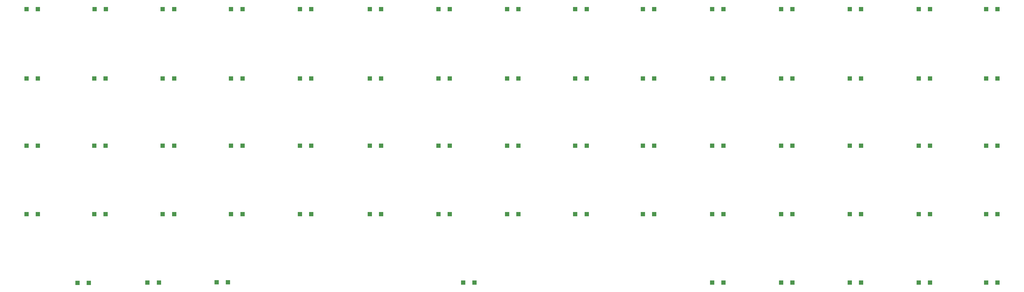
<source format=gbr>
%TF.GenerationSoftware,KiCad,Pcbnew,9.0.2*%
%TF.CreationDate,2025-06-02T23:42:43-04:00*%
%TF.ProjectId,OrangeDeck Keyboard,4f72616e-6765-4446-9563-6b204b657962,rev?*%
%TF.SameCoordinates,Original*%
%TF.FileFunction,Paste,Bot*%
%TF.FilePolarity,Positive*%
%FSLAX46Y46*%
G04 Gerber Fmt 4.6, Leading zero omitted, Abs format (unit mm)*
G04 Created by KiCad (PCBNEW 9.0.2) date 2025-06-02 23:42:43*
%MOMM*%
%LPD*%
G01*
G04 APERTURE LIST*
%ADD10R,1.200000X1.200000*%
G04 APERTURE END LIST*
D10*
%TO.C,D6*%
X3750000Y-16968750D03*
X6900000Y-16968750D03*
%TD*%
%TO.C,D54*%
X60768750Y-74062500D03*
X63918750Y-74062500D03*
%TD*%
%TO.C,D4*%
X-34743750Y-16968750D03*
X-31593750Y-16968750D03*
%TD*%
%TO.C,D1*%
X-91500000Y-16968750D03*
X-88350000Y-16968750D03*
%TD*%
%TO.C,D40*%
X79500000Y-55031250D03*
X82650000Y-55031250D03*
%TD*%
%TO.C,D13*%
X136931250Y-16968750D03*
X140081250Y-16968750D03*
%TD*%
%TO.C,D32*%
X-72731250Y-55031250D03*
X-69581250Y-55031250D03*
%TD*%
%TO.C,D59*%
X156056250Y-74062500D03*
X159206250Y-74062500D03*
%TD*%
%TO.C,D56*%
X98737500Y-74062500D03*
X101887500Y-74062500D03*
%TD*%
%TO.C,D12*%
X117881250Y-16968750D03*
X121031250Y-16968750D03*
%TD*%
%TO.C,D8*%
X41852885Y-16968750D03*
X45002885Y-16968750D03*
%TD*%
%TO.C,D5*%
X-15618750Y-16968750D03*
X-12468750Y-16968750D03*
%TD*%
%TO.C,D37*%
X22771154Y-55031250D03*
X25921154Y-55031250D03*
%TD*%
%TO.C,D26*%
X98737500Y-36281250D03*
X101887500Y-36281250D03*
%TD*%
%TO.C,D73*%
X136931250Y-93093750D03*
X140081250Y-93093750D03*
%TD*%
%TO.C,D47*%
X-72731250Y-74062500D03*
X-69581250Y-74062500D03*
%TD*%
%TO.C,D7*%
X22771154Y-16968750D03*
X25921154Y-16968750D03*
%TD*%
%TO.C,D16*%
X-91500000Y-36281250D03*
X-88350000Y-36281250D03*
%TD*%
%TO.C,D27*%
X117881250Y-36281250D03*
X121031250Y-36281250D03*
%TD*%
%TO.C,D24*%
X60768750Y-36281250D03*
X63918750Y-36281250D03*
%TD*%
%TO.C,D22*%
X22771154Y-36281250D03*
X25921154Y-36281250D03*
%TD*%
%TO.C,D33*%
X-53700000Y-55031250D03*
X-50550000Y-55031250D03*
%TD*%
%TO.C,D15*%
X174750000Y-16968750D03*
X177900000Y-16968750D03*
%TD*%
%TO.C,D42*%
X117881250Y-55031250D03*
X121031250Y-55031250D03*
%TD*%
%TO.C,D58*%
X136931250Y-74062500D03*
X140081250Y-74062500D03*
%TD*%
%TO.C,D20*%
X-15618750Y-36281250D03*
X-12468750Y-36281250D03*
%TD*%
%TO.C,D34*%
X-34743750Y-55031250D03*
X-31593750Y-55031250D03*
%TD*%
%TO.C,D35*%
X-15618750Y-55031250D03*
X-12468750Y-55031250D03*
%TD*%
%TO.C,D2*%
X-72637500Y-16968750D03*
X-69487500Y-16968750D03*
%TD*%
%TO.C,D39*%
X60768750Y-55031250D03*
X63918750Y-55031250D03*
%TD*%
%TO.C,D29*%
X156056250Y-36281250D03*
X159206250Y-36281250D03*
%TD*%
%TO.C,D51*%
X3750000Y-74062500D03*
X6900000Y-74062500D03*
%TD*%
%TO.C,D21*%
X3750000Y-36281250D03*
X6900000Y-36281250D03*
%TD*%
%TO.C,D31*%
X-91500000Y-55031250D03*
X-88350000Y-55031250D03*
%TD*%
%TO.C,D10*%
X79500000Y-16968750D03*
X82650000Y-16968750D03*
%TD*%
%TO.C,D62*%
X-77343750Y-93187500D03*
X-74193750Y-93187500D03*
%TD*%
%TO.C,D45*%
X174750000Y-55031250D03*
X177900000Y-55031250D03*
%TD*%
%TO.C,D38*%
X41852885Y-55031250D03*
X45002885Y-55031250D03*
%TD*%
%TO.C,D52*%
X22771154Y-74062500D03*
X25921154Y-74062500D03*
%TD*%
%TO.C,D63*%
X-57937500Y-93093750D03*
X-54787500Y-93093750D03*
%TD*%
%TO.C,D41*%
X98737500Y-55031250D03*
X101887500Y-55031250D03*
%TD*%
%TO.C,D74*%
X156056250Y-93093750D03*
X159206250Y-93093750D03*
%TD*%
%TO.C,D30*%
X174750000Y-36281250D03*
X177900000Y-36281250D03*
%TD*%
%TO.C,D48*%
X-53700000Y-74062500D03*
X-50550000Y-74062500D03*
%TD*%
%TO.C,D17*%
X-72731250Y-36281250D03*
X-69581250Y-36281250D03*
%TD*%
%TO.C,D49*%
X-34743750Y-74062500D03*
X-31593750Y-74062500D03*
%TD*%
%TO.C,D75*%
X174750000Y-93093750D03*
X177900000Y-93093750D03*
%TD*%
%TO.C,D64*%
X-38793750Y-93000000D03*
X-35643750Y-93000000D03*
%TD*%
%TO.C,D46*%
X-91500000Y-74062500D03*
X-88350000Y-74062500D03*
%TD*%
%TO.C,D14*%
X156056250Y-16968750D03*
X159206250Y-16968750D03*
%TD*%
%TO.C,D55*%
X79500000Y-74062500D03*
X82650000Y-74062500D03*
%TD*%
%TO.C,D71*%
X98737500Y-93093750D03*
X101887500Y-93093750D03*
%TD*%
%TO.C,D44*%
X156056250Y-55031250D03*
X159206250Y-55031250D03*
%TD*%
%TO.C,D68*%
X29662500Y-93093750D03*
X32812500Y-93093750D03*
%TD*%
%TO.C,D43*%
X136931250Y-55031250D03*
X140081250Y-55031250D03*
%TD*%
%TO.C,D11*%
X98737500Y-16968750D03*
X101887500Y-16968750D03*
%TD*%
%TO.C,D60*%
X174750000Y-74062500D03*
X177900000Y-74062500D03*
%TD*%
%TO.C,D25*%
X79500000Y-36281250D03*
X82650000Y-36281250D03*
%TD*%
%TO.C,D57*%
X117881250Y-74062500D03*
X121031250Y-74062500D03*
%TD*%
%TO.C,D3*%
X-53700000Y-16968750D03*
X-50550000Y-16968750D03*
%TD*%
%TO.C,D50*%
X-15618750Y-74062500D03*
X-12468750Y-74062500D03*
%TD*%
%TO.C,D28*%
X136931250Y-36281250D03*
X140081250Y-36281250D03*
%TD*%
%TO.C,D18*%
X-53700000Y-36281250D03*
X-50550000Y-36281250D03*
%TD*%
%TO.C,D19*%
X-34743750Y-36281250D03*
X-31593750Y-36281250D03*
%TD*%
%TO.C,D36*%
X3750000Y-55031250D03*
X6900000Y-55031250D03*
%TD*%
%TO.C,D9*%
X60768750Y-16968750D03*
X63918750Y-16968750D03*
%TD*%
%TO.C,D72*%
X117881250Y-93093750D03*
X121031250Y-93093750D03*
%TD*%
%TO.C,D23*%
X41852885Y-36281250D03*
X45002885Y-36281250D03*
%TD*%
%TO.C,D53*%
X41852885Y-74062500D03*
X45002885Y-74062500D03*
%TD*%
M02*

</source>
